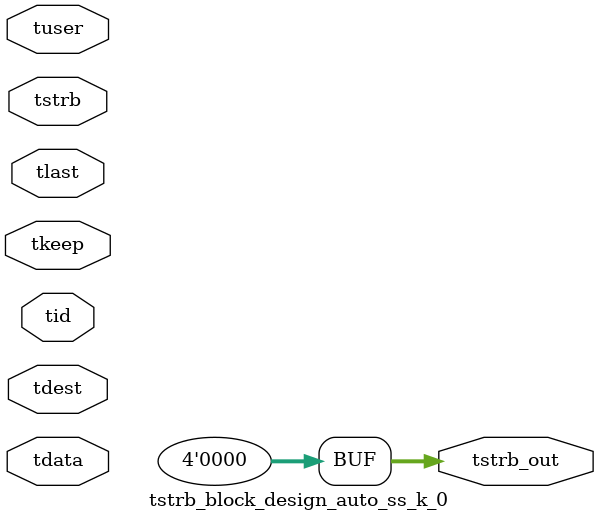
<source format=v>


`timescale 1ps/1ps

module tstrb_block_design_auto_ss_k_0 #
(
parameter C_S_AXIS_TDATA_WIDTH = 32,
parameter C_S_AXIS_TUSER_WIDTH = 0,
parameter C_S_AXIS_TID_WIDTH   = 0,
parameter C_S_AXIS_TDEST_WIDTH = 0,
parameter C_M_AXIS_TDATA_WIDTH = 32
)
(
input  [(C_S_AXIS_TDATA_WIDTH == 0 ? 1 : C_S_AXIS_TDATA_WIDTH)-1:0     ] tdata,
input  [(C_S_AXIS_TUSER_WIDTH == 0 ? 1 : C_S_AXIS_TUSER_WIDTH)-1:0     ] tuser,
input  [(C_S_AXIS_TID_WIDTH   == 0 ? 1 : C_S_AXIS_TID_WIDTH)-1:0       ] tid,
input  [(C_S_AXIS_TDEST_WIDTH == 0 ? 1 : C_S_AXIS_TDEST_WIDTH)-1:0     ] tdest,
input  [(C_S_AXIS_TDATA_WIDTH/8)-1:0 ] tkeep,
input  [(C_S_AXIS_TDATA_WIDTH/8)-1:0 ] tstrb,
input                                                                    tlast,
output [(C_M_AXIS_TDATA_WIDTH/8)-1:0 ] tstrb_out
);

assign tstrb_out = {1'b0};

endmodule


</source>
